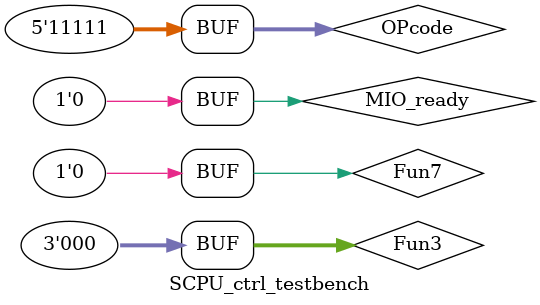
<source format=v>
`timescale 1ns / 1ps


module SCPU_ctrl_testbench(

    );
    reg [4:0] OPcode;
    reg [2:0] Fun3;
    reg Fun7;
    reg MIO_ready;
    wire [1:0] ImmSel;
    wire ALUSrc_B;
    wire [1:0] MemtoReg;
    wire Jump;
    wire Branch;
    wire RegWrite;
    wire MemRW;
    wire [2:0] ALU_Control;
    wire CPU_MIO;
    
    SCPU_ctrl SCPU_ctrl_uut(
    .OPcode(OPcode),// inst[6:2]
    .Fun3(Fun3),// inst[14:23]
    .Fun7(Fun7),// inst[30]
    .MIO_ready(MIO_ready),// CPU wait
    .ImmSel(ImmSel),// 立即数选择控制
    .ALUSrc_B(ALUSrc_B),// 源操作数2选择
    .MemtoReg(MemtoReg),// 写回数据选择控制
    .Jump(Jump),// jal
    .Branch(Branch),// beq
    .RegWrite(RegWrite),// 寄存器写使能
    .MemRW(MemRW),// 存储器读写使能
    .ALU_Control(ALU_Control),// ALU控制
    .CPU_MIO(CPU_MIO)// not use
    );
    
    initial begin
        // Initialize Inputs
        OPcode = 5'b0;
        Fun3 = 3'b0;
        Fun7 = 1'b0;
        MIO_ready = 1'b0;
        #40;
        // Wait 40 ns for global reset to finish。以上是测试模板代码。
        // Add stimulus here
        //检查输出信号和关键信号输出是否满足真值表
        OPcode = 5'b01100; //ALU指令，检查 ALUop=2’b10; RegWrite=1
        Fun3 = 3'b000; Fun7 = 1'b0;//add,检查ALU_Control=3'b010
        #20;
        Fun3 = 3'b000; Fun7 = 1'b1;//sub,检查ALU_Control=3'b110
        #20;
        Fun3 = 3'b111; Fun7 = 1'b0;//and,检查ALU_Control=3'b000
        #20;
        Fun3 = 3'b110; Fun7 = 1'b0;//or,检查ALU_Control=3'b001
        #20;
        Fun3 = 3'b010; Fun7 = 1'b0 ;//slt,检查ALU_Control=3'b111
        //2025/10/30 Chapter 6 35
        //控制器仿真激励代码参考
        #20;
        Fun3 = 3'b101; Fun7 = 1'b0; //srl,检查ALU_Control=3'b101
        #20;
        Fun3 = 3'b100; Fun7 = 1'b0; //xor,检查ALU_Control=3'b011
        #20;
        Fun3 = 3'b111; Fun7 = 1'b1; //间隔
        #20;
        #1;
        OPcode = 5'b00000; //load指令，检查 ALUop=2’b00,
        #20; // ALUSrc_B=1, MemtoReg=1, RegWrite=1
        OPcode = 5'b01000;
        #20; //store指令，检查ALUop=2’b00, MemRW=1, ALUSrc_B=1
        OPcode = 5'b11000;//beq指令，检查 ALUop=2’b01, Branch=1
        #20;
        OPcode = 5'b11011; //jump指令，检查 Jump=1
        #40;
        OPcode = 5'b00100; Fun3 = 3'b000; //I指令，检查 ALUop=2’b11; RegWrite=1
        #20;
        Fun3 = 3'b111;
        #20;
        Fun3 = 3'b110;
        #20;
        Fun3 = 3'b010;
        #20;
        Fun3 = 3'b101;
        #20;
        Fun3 = 3'b100;
        #20;
        OPcode = 5'h1f; //间隔
        Fun3 = 3'b000; Fun7 = 1'b0;//间隔
    end
endmodule

</source>
